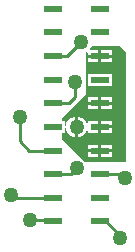
<source format=gbl>
%FSTAX23Y23*%
%MOIN*%
%SFA1B1*%

%IPPOS*%
%ADD11C,0.010000*%
%ADD19C,0.050000*%
%ADD20R,0.060000X0.020000*%
%LNpcb1-1*%
%LPD*%
G36*
X01415Y01655D02*
Y0129D01*
X01278*
X01274Y01294*
X01267Y013*
X01262Y01302*
X012Y01365*
Y01387*
X0121*
Y014*
X01211Y01404*
X01215Y01405*
X01215Y01404*
X01215Y01398*
X01219Y01389*
X01225Y01382*
X01232Y01376*
X0124Y01373*
X01245Y01372*
Y01407*
Y01442*
X0124Y01441*
X01232Y01438*
X01225Y01432*
X01219Y01425*
X01215Y01416*
X01215Y0141*
X01215Y01409*
X01211Y0141*
X0121Y01414*
Y01427*
X012*
Y01435*
X0128Y01515*
Y01552*
X0128Y01555*
X0128Y01557*
Y01654*
X01282Y01656*
X01287Y01654*
Y01648*
X01322*
Y01663*
X01295*
X01293Y01668*
X013Y01675*
X01395*
X01415Y01655*
G37*
%LNpcb1-2*%
%LPC*%
G36*
X01367Y01663D02*
X01332D01*
Y01648*
X01367*
Y01663*
G37*
G36*
Y01638D02*
X01332D01*
Y01623*
X01367*
Y01638*
G37*
G36*
X01322D02*
X01287D01*
Y01623*
X01322*
Y01638*
G37*
G36*
X01367Y01584D02*
X01287D01*
Y01544*
X01367*
Y01584*
G37*
G36*
Y01506D02*
X01332D01*
Y01491*
X01367*
Y01506*
G37*
G36*
X01322D02*
X01287D01*
Y01491*
X01322*
Y01506*
G37*
G36*
X01367Y01481D02*
X01332D01*
Y01466*
X01367*
Y01481*
G37*
G36*
X01322D02*
X01287D01*
Y01466*
X01322*
Y01481*
G37*
G36*
X01367Y01427D02*
X01332D01*
Y01412*
X01367*
Y01427*
G37*
G36*
Y01402D02*
X01332D01*
Y01387*
X01367*
Y01402*
G37*
G36*
X01255Y01442D02*
Y01407D01*
Y01372*
X01259Y01373*
X01267Y01376*
X01274Y01382*
X0128Y01389*
X01282Y01394*
X01287Y01393*
Y01387*
X01322*
Y01407*
Y01427*
X01287*
Y01421*
X01282Y0142*
X0128Y01425*
X01274Y01432*
X01267Y01438*
X01259Y01441*
X01255Y01442*
G37*
G36*
X01367Y01348D02*
X01332D01*
Y01333*
X01367*
Y01348*
G37*
G36*
X01322D02*
X01287D01*
Y01333*
X01322*
Y01348*
G37*
G36*
X01367Y01323D02*
X01332D01*
Y01308*
X01367*
Y01323*
G37*
G36*
X01322D02*
X01287D01*
Y01308*
X01322*
Y01323*
G37*
%LNpcb1-3*%
%LPD*%
G54D11*
X01395Y01035D02*
Y01044D01*
X01347Y01092D02*
X01395Y01044D01*
X01327Y01092D02*
X01347D01*
X01091Y01328D02*
X0117D01*
X0106Y0136D02*
X01091Y01328D01*
X0106Y0136D02*
Y0144D01*
X01038Y01171D02*
X0117D01*
X0103Y0118D02*
X01038Y01171D01*
X01245Y01506D02*
Y01555D01*
X01225Y01486D02*
X01245Y01506D01*
X01327Y0125D02*
X01395D01*
X0141Y01235*
X0123Y0125D02*
X0125Y0127D01*
X0117Y0125D02*
X0123D01*
X01167Y01095D02*
X0117Y01092D01*
X01095Y01095D02*
X01167D01*
X0117Y01486D02*
X01225D01*
X0117Y01643D02*
X01218D01*
X01265Y0169*
G54D19*
X01395Y01035D03*
X0125Y01407D03*
X0106Y0144D03*
X0103Y0118D03*
X0141Y01235D03*
X0125Y0127D03*
X01095Y01095D03*
X01245Y01555D03*
X01265Y0169D03*
G54D20*
X01327Y01092D03*
Y01171D03*
Y0125D03*
Y01328D03*
Y01407D03*
Y01486D03*
Y01564D03*
Y01643D03*
Y01722D03*
Y01801D03*
X0117Y01092D03*
Y01171D03*
Y0125D03*
Y01328D03*
Y01407D03*
Y01486D03*
Y01564D03*
Y01643D03*
Y01722D03*
Y01801D03*
M02*
</source>
